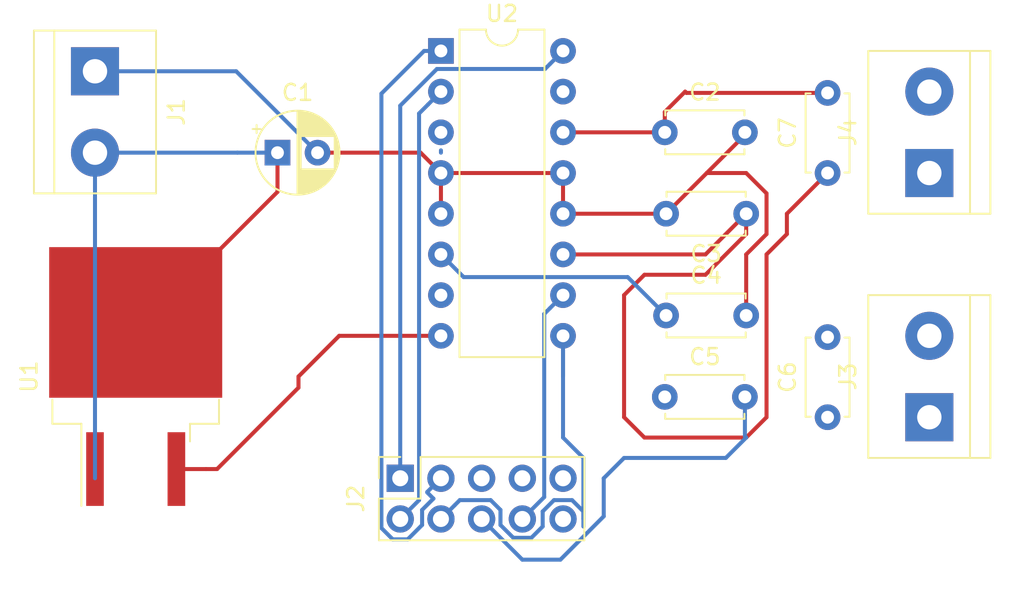
<source format=kicad_pcb>
(kicad_pcb (version 20171130) (host pcbnew "(5.0.1)-3")

  (general
    (thickness 1.6)
    (drawings 0)
    (tracks 106)
    (zones 0)
    (modules 13)
    (nets 17)
  )

  (page A4)
  (layers
    (0 F.Cu signal)
    (31 B.Cu signal)
    (32 B.Adhes user)
    (33 F.Adhes user)
    (34 B.Paste user)
    (35 F.Paste user)
    (36 B.SilkS user)
    (37 F.SilkS user)
    (38 B.Mask user)
    (39 F.Mask user)
    (40 Dwgs.User user)
    (41 Cmts.User user)
    (42 Eco1.User user)
    (43 Eco2.User user)
    (44 Edge.Cuts user)
    (45 Margin user)
    (46 B.CrtYd user)
    (47 F.CrtYd user)
    (48 B.Fab user)
    (49 F.Fab user)
  )

  (setup
    (last_trace_width 0.25)
    (trace_clearance 0.2)
    (zone_clearance 0.508)
    (zone_45_only no)
    (trace_min 0.2)
    (segment_width 0.2)
    (edge_width 0.2)
    (via_size 0.8)
    (via_drill 0.4)
    (via_min_size 0.4)
    (via_min_drill 0.3)
    (uvia_size 0.3)
    (uvia_drill 0.1)
    (uvias_allowed no)
    (uvia_min_size 0.2)
    (uvia_min_drill 0.1)
    (pcb_text_width 0.3)
    (pcb_text_size 1.5 1.5)
    (mod_edge_width 0.15)
    (mod_text_size 1 1)
    (mod_text_width 0.15)
    (pad_size 1.524 1.524)
    (pad_drill 0.762)
    (pad_to_mask_clearance 0.051)
    (solder_mask_min_width 0.25)
    (aux_axis_origin 0 0)
    (visible_elements 7FFFFFFF)
    (pcbplotparams
      (layerselection 0x010fc_ffffffff)
      (usegerberextensions false)
      (usegerberattributes false)
      (usegerberadvancedattributes false)
      (creategerberjobfile false)
      (excludeedgelayer true)
      (linewidth 0.100000)
      (plotframeref false)
      (viasonmask false)
      (mode 1)
      (useauxorigin false)
      (hpglpennumber 1)
      (hpglpenspeed 20)
      (hpglpendiameter 15.000000)
      (psnegative false)
      (psa4output false)
      (plotreference true)
      (plotvalue true)
      (plotinvisibletext false)
      (padsonsilk false)
      (subtractmaskfromsilk false)
      (outputformat 1)
      (mirror false)
      (drillshape 0)
      (scaleselection 1)
      (outputdirectory ""))
  )

  (net 0 "")
  (net 1 "Net-(C1-Pad1)")
  (net 2 GND)
  (net 3 OUT4)
  (net 4 OUT3)
  (net 5 OUT2)
  (net 6 OUT1)
  (net 7 +5V)
  (net 8 IN1)
  (net 9 PWM1)
  (net 10 PWM2)
  (net 11 "Net-(J2-Pad5)")
  (net 12 IN2)
  (net 13 IN3)
  (net 14 "Net-(J2-Pad9)")
  (net 15 IN4)
  (net 16 +12V)

  (net_class Default "Ceci est la Netclass par défaut."
    (clearance 0.2)
    (trace_width 0.25)
    (via_dia 0.8)
    (via_drill 0.4)
    (uvia_dia 0.3)
    (uvia_drill 0.1)
    (add_net +12V)
    (add_net +5V)
    (add_net GND)
    (add_net IN1)
    (add_net IN2)
    (add_net IN3)
    (add_net IN4)
    (add_net "Net-(C1-Pad1)")
    (add_net "Net-(J2-Pad5)")
    (add_net "Net-(J2-Pad9)")
    (add_net OUT1)
    (add_net OUT2)
    (add_net OUT3)
    (add_net OUT4)
    (add_net PWM1)
    (add_net PWM2)
  )

  (module Connector_PinSocket_2.54mm:PinSocket_2x05_P2.54mm_Vertical (layer F.Cu) (tedit 5A19A42B) (tstamp 5BE2FCDB)
    (at 154.94 115.57 90)
    (descr "Through hole straight socket strip, 2x05, 2.54mm pitch, double cols (from Kicad 4.0.7), script generated")
    (tags "Through hole socket strip THT 2x05 2.54mm double row")
    (path /5BC0994A)
    (fp_text reference J2 (at -1.27 -2.77 90) (layer F.SilkS)
      (effects (font (size 1 1) (thickness 0.15)))
    )
    (fp_text value "Connect 2x5 to uC" (at -1.27 12.93 90) (layer F.Fab)
      (effects (font (size 1 1) (thickness 0.15)))
    )
    (fp_text user %R (at -1.27 5.08 180) (layer F.Fab)
      (effects (font (size 1 1) (thickness 0.15)))
    )
    (fp_line (start -4.34 11.9) (end -4.34 -1.8) (layer F.CrtYd) (width 0.05))
    (fp_line (start 1.76 11.9) (end -4.34 11.9) (layer F.CrtYd) (width 0.05))
    (fp_line (start 1.76 -1.8) (end 1.76 11.9) (layer F.CrtYd) (width 0.05))
    (fp_line (start -4.34 -1.8) (end 1.76 -1.8) (layer F.CrtYd) (width 0.05))
    (fp_line (start 0 -1.33) (end 1.33 -1.33) (layer F.SilkS) (width 0.12))
    (fp_line (start 1.33 -1.33) (end 1.33 0) (layer F.SilkS) (width 0.12))
    (fp_line (start -1.27 -1.33) (end -1.27 1.27) (layer F.SilkS) (width 0.12))
    (fp_line (start -1.27 1.27) (end 1.33 1.27) (layer F.SilkS) (width 0.12))
    (fp_line (start 1.33 1.27) (end 1.33 11.49) (layer F.SilkS) (width 0.12))
    (fp_line (start -3.87 11.49) (end 1.33 11.49) (layer F.SilkS) (width 0.12))
    (fp_line (start -3.87 -1.33) (end -3.87 11.49) (layer F.SilkS) (width 0.12))
    (fp_line (start -3.87 -1.33) (end -1.27 -1.33) (layer F.SilkS) (width 0.12))
    (fp_line (start -3.81 11.43) (end -3.81 -1.27) (layer F.Fab) (width 0.1))
    (fp_line (start 1.27 11.43) (end -3.81 11.43) (layer F.Fab) (width 0.1))
    (fp_line (start 1.27 -0.27) (end 1.27 11.43) (layer F.Fab) (width 0.1))
    (fp_line (start 0.27 -1.27) (end 1.27 -0.27) (layer F.Fab) (width 0.1))
    (fp_line (start -3.81 -1.27) (end 0.27 -1.27) (layer F.Fab) (width 0.1))
    (pad 10 thru_hole oval (at -2.54 10.16 90) (size 1.7 1.7) (drill 1) (layers *.Cu *.Mask)
      (net 15 IN4))
    (pad 9 thru_hole oval (at 0 10.16 90) (size 1.7 1.7) (drill 1) (layers *.Cu *.Mask)
      (net 14 "Net-(J2-Pad9)"))
    (pad 8 thru_hole oval (at -2.54 7.62 90) (size 1.7 1.7) (drill 1) (layers *.Cu *.Mask)
      (net 13 IN3))
    (pad 7 thru_hole oval (at 0 7.62 90) (size 1.7 1.7) (drill 1) (layers *.Cu *.Mask)
      (net 12 IN2))
    (pad 6 thru_hole oval (at -2.54 5.08 90) (size 1.7 1.7) (drill 1) (layers *.Cu *.Mask)
      (net 2 GND))
    (pad 5 thru_hole oval (at 0 5.08 90) (size 1.7 1.7) (drill 1) (layers *.Cu *.Mask)
      (net 11 "Net-(J2-Pad5)"))
    (pad 4 thru_hole oval (at -2.54 2.54 90) (size 1.7 1.7) (drill 1) (layers *.Cu *.Mask)
      (net 10 PWM2))
    (pad 3 thru_hole oval (at 0 2.54 90) (size 1.7 1.7) (drill 1) (layers *.Cu *.Mask)
      (net 9 PWM1))
    (pad 2 thru_hole oval (at -2.54 0 90) (size 1.7 1.7) (drill 1) (layers *.Cu *.Mask)
      (net 8 IN1))
    (pad 1 thru_hole rect (at 0 0 90) (size 1.7 1.7) (drill 1) (layers *.Cu *.Mask)
      (net 7 +5V))
    (model ${KISYS3DMOD}/Connector_PinSocket_2.54mm.3dshapes/PinSocket_2x05_P2.54mm_Vertical.wrl
      (at (xyz 0 0 0))
      (scale (xyz 1 1 1))
      (rotate (xyz 0 0 0))
    )
  )

  (module Capacitor_THT:CP_Radial_D5.0mm_P2.50mm (layer F.Cu) (tedit 5BF5506B) (tstamp 5BE2FC28)
    (at 147.28 95.25)
    (descr "CP, Radial series, Radial, pin pitch=2.50mm, , diameter=5mm, Electrolytic Capacitor")
    (tags "CP Radial series Radial pin pitch 2.50mm  diameter 5mm Electrolytic Capacitor")
    (path /5BC1EEFC)
    (fp_text reference C1 (at 1.25 -3.75) (layer F.SilkS)
      (effects (font (size 1 1) (thickness 0.15)))
    )
    (fp_text value 47uF (at 1.25 3.75) (layer F.Fab)
      (effects (font (size 1 1) (thickness 0.15)))
    )
    (fp_circle (center 1.25 0) (end 3.75 0) (layer F.Fab) (width 0.1))
    (fp_circle (center 1.25 0) (end 3.87 0) (layer F.SilkS) (width 0.12))
    (fp_circle (center 1.25 0) (end 4 0) (layer F.CrtYd) (width 0.05))
    (fp_line (start -0.883605 -1.0875) (end -0.383605 -1.0875) (layer F.Fab) (width 0.1))
    (fp_line (start -0.633605 -1.3375) (end -0.633605 -0.8375) (layer F.Fab) (width 0.1))
    (fp_line (start 1.25 -2.58) (end 1.25 2.58) (layer F.SilkS) (width 0.12))
    (fp_line (start 1.29 -2.58) (end 1.29 2.58) (layer F.SilkS) (width 0.12))
    (fp_line (start 1.33 -2.579) (end 1.33 2.579) (layer F.SilkS) (width 0.12))
    (fp_line (start 1.37 -2.578) (end 1.37 2.578) (layer F.SilkS) (width 0.12))
    (fp_line (start 1.41 -2.576) (end 1.41 2.576) (layer F.SilkS) (width 0.12))
    (fp_line (start 1.45 -2.573) (end 1.45 2.573) (layer F.SilkS) (width 0.12))
    (fp_line (start 1.49 -2.569) (end 1.49 -1.04) (layer F.SilkS) (width 0.12))
    (fp_line (start 1.49 1.04) (end 1.49 2.569) (layer F.SilkS) (width 0.12))
    (fp_line (start 1.53 -2.565) (end 1.53 -1.04) (layer F.SilkS) (width 0.12))
    (fp_line (start 1.53 1.04) (end 1.53 2.565) (layer F.SilkS) (width 0.12))
    (fp_line (start 1.57 -2.561) (end 1.57 -1.04) (layer F.SilkS) (width 0.12))
    (fp_line (start 1.57 1.04) (end 1.57 2.561) (layer F.SilkS) (width 0.12))
    (fp_line (start 1.61 -2.556) (end 1.61 -1.04) (layer F.SilkS) (width 0.12))
    (fp_line (start 1.61 1.04) (end 1.61 2.556) (layer F.SilkS) (width 0.12))
    (fp_line (start 1.65 -2.55) (end 1.65 -1.04) (layer F.SilkS) (width 0.12))
    (fp_line (start 1.65 1.04) (end 1.65 2.55) (layer F.SilkS) (width 0.12))
    (fp_line (start 1.69 -2.543) (end 1.69 -1.04) (layer F.SilkS) (width 0.12))
    (fp_line (start 1.69 1.04) (end 1.69 2.543) (layer F.SilkS) (width 0.12))
    (fp_line (start 1.73 -2.536) (end 1.73 -1.04) (layer F.SilkS) (width 0.12))
    (fp_line (start 1.73 1.04) (end 1.73 2.536) (layer F.SilkS) (width 0.12))
    (fp_line (start 1.77 -2.528) (end 1.77 -1.04) (layer F.SilkS) (width 0.12))
    (fp_line (start 1.77 1.04) (end 1.77 2.528) (layer F.SilkS) (width 0.12))
    (fp_line (start 1.81 -2.52) (end 1.81 -1.04) (layer F.SilkS) (width 0.12))
    (fp_line (start 1.81 1.04) (end 1.81 2.52) (layer F.SilkS) (width 0.12))
    (fp_line (start 1.85 -2.511) (end 1.85 -1.04) (layer F.SilkS) (width 0.12))
    (fp_line (start 1.85 1.04) (end 1.85 2.511) (layer F.SilkS) (width 0.12))
    (fp_line (start 1.89 -2.501) (end 1.89 -1.04) (layer F.SilkS) (width 0.12))
    (fp_line (start 1.89 1.04) (end 1.89 2.501) (layer F.SilkS) (width 0.12))
    (fp_line (start 1.93 -2.491) (end 1.93 -1.04) (layer F.SilkS) (width 0.12))
    (fp_line (start 1.93 1.04) (end 1.93 2.491) (layer F.SilkS) (width 0.12))
    (fp_line (start 1.971 -2.48) (end 1.971 -1.04) (layer F.SilkS) (width 0.12))
    (fp_line (start 1.971 1.04) (end 1.971 2.48) (layer F.SilkS) (width 0.12))
    (fp_line (start 2.011 -2.468) (end 2.011 -1.04) (layer F.SilkS) (width 0.12))
    (fp_line (start 2.011 1.04) (end 2.011 2.468) (layer F.SilkS) (width 0.12))
    (fp_line (start 2.051 -2.455) (end 2.051 -1.04) (layer F.SilkS) (width 0.12))
    (fp_line (start 2.051 1.04) (end 2.051 2.455) (layer F.SilkS) (width 0.12))
    (fp_line (start 2.091 -2.442) (end 2.091 -1.04) (layer F.SilkS) (width 0.12))
    (fp_line (start 2.091 1.04) (end 2.091 2.442) (layer F.SilkS) (width 0.12))
    (fp_line (start 2.131 -2.428) (end 2.131 -1.04) (layer F.SilkS) (width 0.12))
    (fp_line (start 2.131 1.04) (end 2.131 2.428) (layer F.SilkS) (width 0.12))
    (fp_line (start 2.171 -2.414) (end 2.171 -1.04) (layer F.SilkS) (width 0.12))
    (fp_line (start 2.171 1.04) (end 2.171 2.414) (layer F.SilkS) (width 0.12))
    (fp_line (start 2.211 -2.398) (end 2.211 -1.04) (layer F.SilkS) (width 0.12))
    (fp_line (start 2.211 1.04) (end 2.211 2.398) (layer F.SilkS) (width 0.12))
    (fp_line (start 2.251 -2.382) (end 2.251 -1.04) (layer F.SilkS) (width 0.12))
    (fp_line (start 2.251 1.04) (end 2.251 2.382) (layer F.SilkS) (width 0.12))
    (fp_line (start 2.291 -2.365) (end 2.291 -1.04) (layer F.SilkS) (width 0.12))
    (fp_line (start 2.291 1.04) (end 2.291 2.365) (layer F.SilkS) (width 0.12))
    (fp_line (start 2.331 -2.348) (end 2.331 -1.04) (layer F.SilkS) (width 0.12))
    (fp_line (start 2.331 1.04) (end 2.331 2.348) (layer F.SilkS) (width 0.12))
    (fp_line (start 2.371 -2.329) (end 2.371 -1.04) (layer F.SilkS) (width 0.12))
    (fp_line (start 2.371 1.04) (end 2.371 2.329) (layer F.SilkS) (width 0.12))
    (fp_line (start 2.411 -2.31) (end 2.411 -1.04) (layer F.SilkS) (width 0.12))
    (fp_line (start 2.411 1.04) (end 2.411 2.31) (layer F.SilkS) (width 0.12))
    (fp_line (start 2.451 -2.29) (end 2.451 -1.04) (layer F.SilkS) (width 0.12))
    (fp_line (start 2.451 1.04) (end 2.451 2.29) (layer F.SilkS) (width 0.12))
    (fp_line (start 2.491 -2.268) (end 2.491 -1.04) (layer F.SilkS) (width 0.12))
    (fp_line (start 2.491 1.04) (end 2.491 2.268) (layer F.SilkS) (width 0.12))
    (fp_line (start 2.531 -2.247) (end 2.531 -1.04) (layer F.SilkS) (width 0.12))
    (fp_line (start 2.531 1.04) (end 2.531 2.247) (layer F.SilkS) (width 0.12))
    (fp_line (start 2.571 -2.224) (end 2.571 -1.04) (layer F.SilkS) (width 0.12))
    (fp_line (start 2.571 1.04) (end 2.571 2.224) (layer F.SilkS) (width 0.12))
    (fp_line (start 2.611 -2.2) (end 2.611 -1.04) (layer F.SilkS) (width 0.12))
    (fp_line (start 2.611 1.04) (end 2.611 2.2) (layer F.SilkS) (width 0.12))
    (fp_line (start 2.651 -2.175) (end 2.651 -1.04) (layer F.SilkS) (width 0.12))
    (fp_line (start 2.651 1.04) (end 2.651 2.175) (layer F.SilkS) (width 0.12))
    (fp_line (start 2.691 -2.149) (end 2.691 -1.04) (layer F.SilkS) (width 0.12))
    (fp_line (start 2.691 1.04) (end 2.691 2.149) (layer F.SilkS) (width 0.12))
    (fp_line (start 2.731 -2.122) (end 2.731 -1.04) (layer F.SilkS) (width 0.12))
    (fp_line (start 2.731 1.04) (end 2.731 2.122) (layer F.SilkS) (width 0.12))
    (fp_line (start 2.771 -2.095) (end 2.771 -1.04) (layer F.SilkS) (width 0.12))
    (fp_line (start 2.771 1.04) (end 2.771 2.095) (layer F.SilkS) (width 0.12))
    (fp_line (start 2.811 -2.065) (end 2.811 -1.04) (layer F.SilkS) (width 0.12))
    (fp_line (start 2.811 1.04) (end 2.811 2.065) (layer F.SilkS) (width 0.12))
    (fp_line (start 2.851 -2.035) (end 2.851 -1.04) (layer F.SilkS) (width 0.12))
    (fp_line (start 2.851 1.04) (end 2.851 2.035) (layer F.SilkS) (width 0.12))
    (fp_line (start 2.891 -2.004) (end 2.891 -1.04) (layer F.SilkS) (width 0.12))
    (fp_line (start 2.891 1.04) (end 2.891 2.004) (layer F.SilkS) (width 0.12))
    (fp_line (start 2.931 -1.971) (end 2.931 -1.04) (layer F.SilkS) (width 0.12))
    (fp_line (start 2.931 1.04) (end 2.931 1.971) (layer F.SilkS) (width 0.12))
    (fp_line (start 2.971 -1.937) (end 2.971 -1.04) (layer F.SilkS) (width 0.12))
    (fp_line (start 2.971 1.04) (end 2.971 1.937) (layer F.SilkS) (width 0.12))
    (fp_line (start 3.011 -1.901) (end 3.011 -1.04) (layer F.SilkS) (width 0.12))
    (fp_line (start 3.011 1.04) (end 3.011 1.901) (layer F.SilkS) (width 0.12))
    (fp_line (start 3.051 -1.864) (end 3.051 -1.04) (layer F.SilkS) (width 0.12))
    (fp_line (start 3.051 1.04) (end 3.051 1.864) (layer F.SilkS) (width 0.12))
    (fp_line (start 3.091 -1.826) (end 3.091 -1.04) (layer F.SilkS) (width 0.12))
    (fp_line (start 3.091 1.04) (end 3.091 1.826) (layer F.SilkS) (width 0.12))
    (fp_line (start 3.131 -1.785) (end 3.131 -1.04) (layer F.SilkS) (width 0.12))
    (fp_line (start 3.131 1.04) (end 3.131 1.785) (layer F.SilkS) (width 0.12))
    (fp_line (start 3.171 -1.743) (end 3.171 -1.04) (layer F.SilkS) (width 0.12))
    (fp_line (start 3.171 1.04) (end 3.171 1.743) (layer F.SilkS) (width 0.12))
    (fp_line (start 3.211 -1.699) (end 3.211 -1.04) (layer F.SilkS) (width 0.12))
    (fp_line (start 3.211 1.04) (end 3.211 1.699) (layer F.SilkS) (width 0.12))
    (fp_line (start 3.251 -1.653) (end 3.251 -1.04) (layer F.SilkS) (width 0.12))
    (fp_line (start 3.251 1.04) (end 3.251 1.653) (layer F.SilkS) (width 0.12))
    (fp_line (start 3.291 -1.605) (end 3.291 -1.04) (layer F.SilkS) (width 0.12))
    (fp_line (start 3.291 1.04) (end 3.291 1.605) (layer F.SilkS) (width 0.12))
    (fp_line (start 3.331 -1.554) (end 3.331 -1.04) (layer F.SilkS) (width 0.12))
    (fp_line (start 3.331 1.04) (end 3.331 1.554) (layer F.SilkS) (width 0.12))
    (fp_line (start 3.371 -1.5) (end 3.371 -1.04) (layer F.SilkS) (width 0.12))
    (fp_line (start 3.371 1.04) (end 3.371 1.5) (layer F.SilkS) (width 0.12))
    (fp_line (start 3.411 -1.443) (end 3.411 -1.04) (layer F.SilkS) (width 0.12))
    (fp_line (start 3.411 1.04) (end 3.411 1.443) (layer F.SilkS) (width 0.12))
    (fp_line (start 3.451 -1.383) (end 3.451 -1.04) (layer F.SilkS) (width 0.12))
    (fp_line (start 3.451 1.04) (end 3.451 1.383) (layer F.SilkS) (width 0.12))
    (fp_line (start 3.491 -1.319) (end 3.491 -1.04) (layer F.SilkS) (width 0.12))
    (fp_line (start 3.491 1.04) (end 3.491 1.319) (layer F.SilkS) (width 0.12))
    (fp_line (start 3.531 -1.251) (end 3.531 -1.04) (layer F.SilkS) (width 0.12))
    (fp_line (start 3.531 1.04) (end 3.531 1.251) (layer F.SilkS) (width 0.12))
    (fp_line (start 3.571 -1.178) (end 3.571 1.178) (layer F.SilkS) (width 0.12))
    (fp_line (start 3.611 -1.098) (end 3.611 1.098) (layer F.SilkS) (width 0.12))
    (fp_line (start 3.651 -1.011) (end 3.651 1.011) (layer F.SilkS) (width 0.12))
    (fp_line (start 3.691 -0.915) (end 3.691 0.915) (layer F.SilkS) (width 0.12))
    (fp_line (start 3.731 -0.805) (end 3.731 0.805) (layer F.SilkS) (width 0.12))
    (fp_line (start 3.771 -0.677) (end 3.771 0.677) (layer F.SilkS) (width 0.12))
    (fp_line (start 3.811 -0.518) (end 3.811 0.518) (layer F.SilkS) (width 0.12))
    (fp_line (start 3.851 -0.284) (end 3.851 0.284) (layer F.SilkS) (width 0.12))
    (fp_line (start -1.554775 -1.475) (end -1.054775 -1.475) (layer F.SilkS) (width 0.12))
    (fp_line (start -1.304775 -1.725) (end -1.304775 -1.225) (layer F.SilkS) (width 0.12))
    (fp_text user %R (at 1.25 0) (layer F.Fab)
      (effects (font (size 1 1) (thickness 0.15)))
    )
    (pad 1 thru_hole rect (at 0 0) (size 1.6 1.6) (drill 0.8) (layers *.Cu *.Mask)
      (net 1 "Net-(C1-Pad1)"))
    (pad 2 thru_hole circle (at 2.5 0) (size 1.6 1.6) (drill 0.8) (layers *.Cu *.Mask)
      (net 2 GND))
    (model ${KISYS3DMOD}/Capacitor_THT.3dshapes/CP_Radial_D5.0mm_P2.50mm.wrl
      (at (xyz 0 0 0))
      (scale (xyz 1 1 1))
      (rotate (xyz 0 0 0))
    )
  )

  (module TerminalBlock:TerminalBlock_bornier-2_P5.08mm (layer F.Cu) (tedit 59FF03AB) (tstamp 5BE2FCBB)
    (at 135.89 90.17 270)
    (descr "simple 2-pin terminal block, pitch 5.08mm, revamped version of bornier2")
    (tags "terminal block bornier2")
    (path /5BC1B720)
    (fp_text reference J1 (at 2.54 -5.08 270) (layer F.SilkS)
      (effects (font (size 1 1) (thickness 0.15)))
    )
    (fp_text value POWER_12V (at 2.54 5.08 270) (layer F.Fab)
      (effects (font (size 1 1) (thickness 0.15)))
    )
    (fp_text user %R (at 2.54 0 270) (layer F.Fab)
      (effects (font (size 1 1) (thickness 0.15)))
    )
    (fp_line (start -2.41 2.55) (end 7.49 2.55) (layer F.Fab) (width 0.1))
    (fp_line (start -2.46 -3.75) (end -2.46 3.75) (layer F.Fab) (width 0.1))
    (fp_line (start -2.46 3.75) (end 7.54 3.75) (layer F.Fab) (width 0.1))
    (fp_line (start 7.54 3.75) (end 7.54 -3.75) (layer F.Fab) (width 0.1))
    (fp_line (start 7.54 -3.75) (end -2.46 -3.75) (layer F.Fab) (width 0.1))
    (fp_line (start 7.62 2.54) (end -2.54 2.54) (layer F.SilkS) (width 0.12))
    (fp_line (start 7.62 3.81) (end 7.62 -3.81) (layer F.SilkS) (width 0.12))
    (fp_line (start 7.62 -3.81) (end -2.54 -3.81) (layer F.SilkS) (width 0.12))
    (fp_line (start -2.54 -3.81) (end -2.54 3.81) (layer F.SilkS) (width 0.12))
    (fp_line (start -2.54 3.81) (end 7.62 3.81) (layer F.SilkS) (width 0.12))
    (fp_line (start -2.71 -4) (end 7.79 -4) (layer F.CrtYd) (width 0.05))
    (fp_line (start -2.71 -4) (end -2.71 4) (layer F.CrtYd) (width 0.05))
    (fp_line (start 7.79 4) (end 7.79 -4) (layer F.CrtYd) (width 0.05))
    (fp_line (start 7.79 4) (end -2.71 4) (layer F.CrtYd) (width 0.05))
    (pad 1 thru_hole rect (at 0 0 270) (size 3 3) (drill 1.52) (layers *.Cu *.Mask)
      (net 2 GND))
    (pad 2 thru_hole circle (at 5.08 0 270) (size 3 3) (drill 1.52) (layers *.Cu *.Mask)
      (net 1 "Net-(C1-Pad1)"))
    (model ${KISYS3DMOD}/TerminalBlock.3dshapes/TerminalBlock_bornier-2_P5.08mm.wrl
      (offset (xyz 2.539999961853027 0 0))
      (scale (xyz 1 1 1))
      (rotate (xyz 0 0 0))
    )
  )

  (module Capacitor_THT:C_Disc_D4.7mm_W2.5mm_P5.00mm (layer F.Cu) (tedit 5AE50EF0) (tstamp 5BE2FC3D)
    (at 171.45 93.98)
    (descr "C, Disc series, Radial, pin pitch=5.00mm, , diameter*width=4.7*2.5mm^2, Capacitor, http://www.vishay.com/docs/45233/krseries.pdf")
    (tags "C Disc series Radial pin pitch 5.00mm  diameter 4.7mm width 2.5mm Capacitor")
    (path /5BC3060C)
    (fp_text reference C2 (at 2.5 -2.5) (layer F.SilkS)
      (effects (font (size 1 1) (thickness 0.15)))
    )
    (fp_text value 220nF (at 2.5 2.5) (layer F.Fab)
      (effects (font (size 1 1) (thickness 0.15)))
    )
    (fp_text user %R (at 2.5 0) (layer F.Fab)
      (effects (font (size 0.94 0.94) (thickness 0.141)))
    )
    (fp_line (start 6.05 -1.5) (end -1.05 -1.5) (layer F.CrtYd) (width 0.05))
    (fp_line (start 6.05 1.5) (end 6.05 -1.5) (layer F.CrtYd) (width 0.05))
    (fp_line (start -1.05 1.5) (end 6.05 1.5) (layer F.CrtYd) (width 0.05))
    (fp_line (start -1.05 -1.5) (end -1.05 1.5) (layer F.CrtYd) (width 0.05))
    (fp_line (start 4.97 1.055) (end 4.97 1.37) (layer F.SilkS) (width 0.12))
    (fp_line (start 4.97 -1.37) (end 4.97 -1.055) (layer F.SilkS) (width 0.12))
    (fp_line (start 0.03 1.055) (end 0.03 1.37) (layer F.SilkS) (width 0.12))
    (fp_line (start 0.03 -1.37) (end 0.03 -1.055) (layer F.SilkS) (width 0.12))
    (fp_line (start 0.03 1.37) (end 4.97 1.37) (layer F.SilkS) (width 0.12))
    (fp_line (start 0.03 -1.37) (end 4.97 -1.37) (layer F.SilkS) (width 0.12))
    (fp_line (start 4.85 -1.25) (end 0.15 -1.25) (layer F.Fab) (width 0.1))
    (fp_line (start 4.85 1.25) (end 4.85 -1.25) (layer F.Fab) (width 0.1))
    (fp_line (start 0.15 1.25) (end 4.85 1.25) (layer F.Fab) (width 0.1))
    (fp_line (start 0.15 -1.25) (end 0.15 1.25) (layer F.Fab) (width 0.1))
    (pad 2 thru_hole circle (at 5 0) (size 1.6 1.6) (drill 0.8) (layers *.Cu *.Mask)
      (net 2 GND))
    (pad 1 thru_hole circle (at 0 0) (size 1.6 1.6) (drill 0.8) (layers *.Cu *.Mask)
      (net 3 OUT4))
    (model ${KISYS3DMOD}/Capacitor_THT.3dshapes/C_Disc_D4.7mm_W2.5mm_P5.00mm.wrl
      (at (xyz 0 0 0))
      (scale (xyz 1 1 1))
      (rotate (xyz 0 0 0))
    )
  )

  (module Capacitor_THT:C_Disc_D4.7mm_W2.5mm_P5.00mm (layer F.Cu) (tedit 5AE50EF0) (tstamp 5BE2FC52)
    (at 176.53 99.06 180)
    (descr "C, Disc series, Radial, pin pitch=5.00mm, , diameter*width=4.7*2.5mm^2, Capacitor, http://www.vishay.com/docs/45233/krseries.pdf")
    (tags "C Disc series Radial pin pitch 5.00mm  diameter 4.7mm width 2.5mm Capacitor")
    (path /5BC305CC)
    (fp_text reference C3 (at 2.5 -2.5 180) (layer F.SilkS)
      (effects (font (size 1 1) (thickness 0.15)))
    )
    (fp_text value 220nF (at 2.5 2.5 180) (layer F.Fab)
      (effects (font (size 1 1) (thickness 0.15)))
    )
    (fp_line (start 0.15 -1.25) (end 0.15 1.25) (layer F.Fab) (width 0.1))
    (fp_line (start 0.15 1.25) (end 4.85 1.25) (layer F.Fab) (width 0.1))
    (fp_line (start 4.85 1.25) (end 4.85 -1.25) (layer F.Fab) (width 0.1))
    (fp_line (start 4.85 -1.25) (end 0.15 -1.25) (layer F.Fab) (width 0.1))
    (fp_line (start 0.03 -1.37) (end 4.97 -1.37) (layer F.SilkS) (width 0.12))
    (fp_line (start 0.03 1.37) (end 4.97 1.37) (layer F.SilkS) (width 0.12))
    (fp_line (start 0.03 -1.37) (end 0.03 -1.055) (layer F.SilkS) (width 0.12))
    (fp_line (start 0.03 1.055) (end 0.03 1.37) (layer F.SilkS) (width 0.12))
    (fp_line (start 4.97 -1.37) (end 4.97 -1.055) (layer F.SilkS) (width 0.12))
    (fp_line (start 4.97 1.055) (end 4.97 1.37) (layer F.SilkS) (width 0.12))
    (fp_line (start -1.05 -1.5) (end -1.05 1.5) (layer F.CrtYd) (width 0.05))
    (fp_line (start -1.05 1.5) (end 6.05 1.5) (layer F.CrtYd) (width 0.05))
    (fp_line (start 6.05 1.5) (end 6.05 -1.5) (layer F.CrtYd) (width 0.05))
    (fp_line (start 6.05 -1.5) (end -1.05 -1.5) (layer F.CrtYd) (width 0.05))
    (fp_text user %R (at 2.5 0 180) (layer F.Fab)
      (effects (font (size 0.94 0.94) (thickness 0.141)))
    )
    (pad 1 thru_hole circle (at 0 0 180) (size 1.6 1.6) (drill 0.8) (layers *.Cu *.Mask)
      (net 4 OUT3))
    (pad 2 thru_hole circle (at 5 0 180) (size 1.6 1.6) (drill 0.8) (layers *.Cu *.Mask)
      (net 2 GND))
    (model ${KISYS3DMOD}/Capacitor_THT.3dshapes/C_Disc_D4.7mm_W2.5mm_P5.00mm.wrl
      (at (xyz 0 0 0))
      (scale (xyz 1 1 1))
      (rotate (xyz 0 0 0))
    )
  )

  (module Capacitor_THT:C_Disc_D4.7mm_W2.5mm_P5.00mm (layer F.Cu) (tedit 5AE50EF0) (tstamp 5BE2FC67)
    (at 171.53 105.41)
    (descr "C, Disc series, Radial, pin pitch=5.00mm, , diameter*width=4.7*2.5mm^2, Capacitor, http://www.vishay.com/docs/45233/krseries.pdf")
    (tags "C Disc series Radial pin pitch 5.00mm  diameter 4.7mm width 2.5mm Capacitor")
    (path /5BC305A0)
    (fp_text reference C4 (at 2.5 -2.5) (layer F.SilkS)
      (effects (font (size 1 1) (thickness 0.15)))
    )
    (fp_text value 220nF (at 2.5 2.5) (layer F.Fab)
      (effects (font (size 1 1) (thickness 0.15)))
    )
    (fp_text user %R (at 2.5 0) (layer F.Fab)
      (effects (font (size 0.94 0.94) (thickness 0.141)))
    )
    (fp_line (start 6.05 -1.5) (end -1.05 -1.5) (layer F.CrtYd) (width 0.05))
    (fp_line (start 6.05 1.5) (end 6.05 -1.5) (layer F.CrtYd) (width 0.05))
    (fp_line (start -1.05 1.5) (end 6.05 1.5) (layer F.CrtYd) (width 0.05))
    (fp_line (start -1.05 -1.5) (end -1.05 1.5) (layer F.CrtYd) (width 0.05))
    (fp_line (start 4.97 1.055) (end 4.97 1.37) (layer F.SilkS) (width 0.12))
    (fp_line (start 4.97 -1.37) (end 4.97 -1.055) (layer F.SilkS) (width 0.12))
    (fp_line (start 0.03 1.055) (end 0.03 1.37) (layer F.SilkS) (width 0.12))
    (fp_line (start 0.03 -1.37) (end 0.03 -1.055) (layer F.SilkS) (width 0.12))
    (fp_line (start 0.03 1.37) (end 4.97 1.37) (layer F.SilkS) (width 0.12))
    (fp_line (start 0.03 -1.37) (end 4.97 -1.37) (layer F.SilkS) (width 0.12))
    (fp_line (start 4.85 -1.25) (end 0.15 -1.25) (layer F.Fab) (width 0.1))
    (fp_line (start 4.85 1.25) (end 4.85 -1.25) (layer F.Fab) (width 0.1))
    (fp_line (start 0.15 1.25) (end 4.85 1.25) (layer F.Fab) (width 0.1))
    (fp_line (start 0.15 -1.25) (end 0.15 1.25) (layer F.Fab) (width 0.1))
    (pad 2 thru_hole circle (at 5 0) (size 1.6 1.6) (drill 0.8) (layers *.Cu *.Mask)
      (net 2 GND))
    (pad 1 thru_hole circle (at 0 0) (size 1.6 1.6) (drill 0.8) (layers *.Cu *.Mask)
      (net 5 OUT2))
    (model ${KISYS3DMOD}/Capacitor_THT.3dshapes/C_Disc_D4.7mm_W2.5mm_P5.00mm.wrl
      (at (xyz 0 0 0))
      (scale (xyz 1 1 1))
      (rotate (xyz 0 0 0))
    )
  )

  (module Capacitor_THT:C_Disc_D4.7mm_W2.5mm_P5.00mm (layer F.Cu) (tedit 5AE50EF0) (tstamp 5BE2FC7C)
    (at 171.45 110.49)
    (descr "C, Disc series, Radial, pin pitch=5.00mm, , diameter*width=4.7*2.5mm^2, Capacitor, http://www.vishay.com/docs/45233/krseries.pdf")
    (tags "C Disc series Radial pin pitch 5.00mm  diameter 4.7mm width 2.5mm Capacitor")
    (path /5BC3055C)
    (fp_text reference C5 (at 2.5 -2.5) (layer F.SilkS)
      (effects (font (size 1 1) (thickness 0.15)))
    )
    (fp_text value 220nF (at 2.5 2.5) (layer F.Fab)
      (effects (font (size 1 1) (thickness 0.15)))
    )
    (fp_line (start 0.15 -1.25) (end 0.15 1.25) (layer F.Fab) (width 0.1))
    (fp_line (start 0.15 1.25) (end 4.85 1.25) (layer F.Fab) (width 0.1))
    (fp_line (start 4.85 1.25) (end 4.85 -1.25) (layer F.Fab) (width 0.1))
    (fp_line (start 4.85 -1.25) (end 0.15 -1.25) (layer F.Fab) (width 0.1))
    (fp_line (start 0.03 -1.37) (end 4.97 -1.37) (layer F.SilkS) (width 0.12))
    (fp_line (start 0.03 1.37) (end 4.97 1.37) (layer F.SilkS) (width 0.12))
    (fp_line (start 0.03 -1.37) (end 0.03 -1.055) (layer F.SilkS) (width 0.12))
    (fp_line (start 0.03 1.055) (end 0.03 1.37) (layer F.SilkS) (width 0.12))
    (fp_line (start 4.97 -1.37) (end 4.97 -1.055) (layer F.SilkS) (width 0.12))
    (fp_line (start 4.97 1.055) (end 4.97 1.37) (layer F.SilkS) (width 0.12))
    (fp_line (start -1.05 -1.5) (end -1.05 1.5) (layer F.CrtYd) (width 0.05))
    (fp_line (start -1.05 1.5) (end 6.05 1.5) (layer F.CrtYd) (width 0.05))
    (fp_line (start 6.05 1.5) (end 6.05 -1.5) (layer F.CrtYd) (width 0.05))
    (fp_line (start 6.05 -1.5) (end -1.05 -1.5) (layer F.CrtYd) (width 0.05))
    (fp_text user %R (at 2.5 0) (layer F.Fab)
      (effects (font (size 0.94 0.94) (thickness 0.141)))
    )
    (pad 1 thru_hole circle (at 0 0) (size 1.6 1.6) (drill 0.8) (layers *.Cu *.Mask)
      (net 6 OUT1))
    (pad 2 thru_hole circle (at 5 0) (size 1.6 1.6) (drill 0.8) (layers *.Cu *.Mask)
      (net 2 GND))
    (model ${KISYS3DMOD}/Capacitor_THT.3dshapes/C_Disc_D4.7mm_W2.5mm_P5.00mm.wrl
      (at (xyz 0 0 0))
      (scale (xyz 1 1 1))
      (rotate (xyz 0 0 0))
    )
  )

  (module Capacitor_THT:C_Disc_D4.7mm_W2.5mm_P5.00mm (layer F.Cu) (tedit 5AE50EF0) (tstamp 5BE2FC91)
    (at 181.61 111.76 90)
    (descr "C, Disc series, Radial, pin pitch=5.00mm, , diameter*width=4.7*2.5mm^2, Capacitor, http://www.vishay.com/docs/45233/krseries.pdf")
    (tags "C Disc series Radial pin pitch 5.00mm  diameter 4.7mm width 2.5mm Capacitor")
    (path /5BC0C857)
    (fp_text reference C6 (at 2.5 -2.5 90) (layer F.SilkS)
      (effects (font (size 1 1) (thickness 0.15)))
    )
    (fp_text value 220nF (at 2.5 2.5 90) (layer F.Fab)
      (effects (font (size 1 1) (thickness 0.15)))
    )
    (fp_line (start 0.15 -1.25) (end 0.15 1.25) (layer F.Fab) (width 0.1))
    (fp_line (start 0.15 1.25) (end 4.85 1.25) (layer F.Fab) (width 0.1))
    (fp_line (start 4.85 1.25) (end 4.85 -1.25) (layer F.Fab) (width 0.1))
    (fp_line (start 4.85 -1.25) (end 0.15 -1.25) (layer F.Fab) (width 0.1))
    (fp_line (start 0.03 -1.37) (end 4.97 -1.37) (layer F.SilkS) (width 0.12))
    (fp_line (start 0.03 1.37) (end 4.97 1.37) (layer F.SilkS) (width 0.12))
    (fp_line (start 0.03 -1.37) (end 0.03 -1.055) (layer F.SilkS) (width 0.12))
    (fp_line (start 0.03 1.055) (end 0.03 1.37) (layer F.SilkS) (width 0.12))
    (fp_line (start 4.97 -1.37) (end 4.97 -1.055) (layer F.SilkS) (width 0.12))
    (fp_line (start 4.97 1.055) (end 4.97 1.37) (layer F.SilkS) (width 0.12))
    (fp_line (start -1.05 -1.5) (end -1.05 1.5) (layer F.CrtYd) (width 0.05))
    (fp_line (start -1.05 1.5) (end 6.05 1.5) (layer F.CrtYd) (width 0.05))
    (fp_line (start 6.05 1.5) (end 6.05 -1.5) (layer F.CrtYd) (width 0.05))
    (fp_line (start 6.05 -1.5) (end -1.05 -1.5) (layer F.CrtYd) (width 0.05))
    (fp_text user %R (at 2.5 0 90) (layer F.Fab)
      (effects (font (size 0.94 0.94) (thickness 0.141)))
    )
    (pad 1 thru_hole circle (at 0 0 90) (size 1.6 1.6) (drill 0.8) (layers *.Cu *.Mask)
      (net 6 OUT1))
    (pad 2 thru_hole circle (at 5 0 90) (size 1.6 1.6) (drill 0.8) (layers *.Cu *.Mask)
      (net 5 OUT2))
    (model ${KISYS3DMOD}/Capacitor_THT.3dshapes/C_Disc_D4.7mm_W2.5mm_P5.00mm.wrl
      (at (xyz 0 0 0))
      (scale (xyz 1 1 1))
      (rotate (xyz 0 0 0))
    )
  )

  (module Capacitor_THT:C_Disc_D4.7mm_W2.5mm_P5.00mm (layer F.Cu) (tedit 5AE50EF0) (tstamp 5BE2FCA6)
    (at 181.61 96.52 90)
    (descr "C, Disc series, Radial, pin pitch=5.00mm, , diameter*width=4.7*2.5mm^2, Capacitor, http://www.vishay.com/docs/45233/krseries.pdf")
    (tags "C Disc series Radial pin pitch 5.00mm  diameter 4.7mm width 2.5mm Capacitor")
    (path /5BC0CC72)
    (fp_text reference C7 (at 2.5 -2.5 90) (layer F.SilkS)
      (effects (font (size 1 1) (thickness 0.15)))
    )
    (fp_text value 220nF (at 2.5 2.5 90) (layer F.Fab)
      (effects (font (size 1 1) (thickness 0.15)))
    )
    (fp_text user %R (at 2.5 0 90) (layer F.Fab)
      (effects (font (size 0.94 0.94) (thickness 0.141)))
    )
    (fp_line (start 6.05 -1.5) (end -1.05 -1.5) (layer F.CrtYd) (width 0.05))
    (fp_line (start 6.05 1.5) (end 6.05 -1.5) (layer F.CrtYd) (width 0.05))
    (fp_line (start -1.05 1.5) (end 6.05 1.5) (layer F.CrtYd) (width 0.05))
    (fp_line (start -1.05 -1.5) (end -1.05 1.5) (layer F.CrtYd) (width 0.05))
    (fp_line (start 4.97 1.055) (end 4.97 1.37) (layer F.SilkS) (width 0.12))
    (fp_line (start 4.97 -1.37) (end 4.97 -1.055) (layer F.SilkS) (width 0.12))
    (fp_line (start 0.03 1.055) (end 0.03 1.37) (layer F.SilkS) (width 0.12))
    (fp_line (start 0.03 -1.37) (end 0.03 -1.055) (layer F.SilkS) (width 0.12))
    (fp_line (start 0.03 1.37) (end 4.97 1.37) (layer F.SilkS) (width 0.12))
    (fp_line (start 0.03 -1.37) (end 4.97 -1.37) (layer F.SilkS) (width 0.12))
    (fp_line (start 4.85 -1.25) (end 0.15 -1.25) (layer F.Fab) (width 0.1))
    (fp_line (start 4.85 1.25) (end 4.85 -1.25) (layer F.Fab) (width 0.1))
    (fp_line (start 0.15 1.25) (end 4.85 1.25) (layer F.Fab) (width 0.1))
    (fp_line (start 0.15 -1.25) (end 0.15 1.25) (layer F.Fab) (width 0.1))
    (pad 2 thru_hole circle (at 5 0 90) (size 1.6 1.6) (drill 0.8) (layers *.Cu *.Mask)
      (net 3 OUT4))
    (pad 1 thru_hole circle (at 0 0 90) (size 1.6 1.6) (drill 0.8) (layers *.Cu *.Mask)
      (net 4 OUT3))
    (model ${KISYS3DMOD}/Capacitor_THT.3dshapes/C_Disc_D4.7mm_W2.5mm_P5.00mm.wrl
      (at (xyz 0 0 0))
      (scale (xyz 1 1 1))
      (rotate (xyz 0 0 0))
    )
  )

  (module TerminalBlock:TerminalBlock_bornier-2_P5.08mm (layer F.Cu) (tedit 59FF03AB) (tstamp 5BE2FCF0)
    (at 187.96 111.76 90)
    (descr "simple 2-pin terminal block, pitch 5.08mm, revamped version of bornier2")
    (tags "terminal block bornier2")
    (path /5BC0C6CA)
    (fp_text reference J3 (at 2.54 -5.08 90) (layer F.SilkS)
      (effects (font (size 1 1) (thickness 0.15)))
    )
    (fp_text value OUTPUT_M1 (at 2.54 5.08 90) (layer F.Fab)
      (effects (font (size 1 1) (thickness 0.15)))
    )
    (fp_text user %R (at 2.54 0 90) (layer F.Fab)
      (effects (font (size 1 1) (thickness 0.15)))
    )
    (fp_line (start -2.41 2.55) (end 7.49 2.55) (layer F.Fab) (width 0.1))
    (fp_line (start -2.46 -3.75) (end -2.46 3.75) (layer F.Fab) (width 0.1))
    (fp_line (start -2.46 3.75) (end 7.54 3.75) (layer F.Fab) (width 0.1))
    (fp_line (start 7.54 3.75) (end 7.54 -3.75) (layer F.Fab) (width 0.1))
    (fp_line (start 7.54 -3.75) (end -2.46 -3.75) (layer F.Fab) (width 0.1))
    (fp_line (start 7.62 2.54) (end -2.54 2.54) (layer F.SilkS) (width 0.12))
    (fp_line (start 7.62 3.81) (end 7.62 -3.81) (layer F.SilkS) (width 0.12))
    (fp_line (start 7.62 -3.81) (end -2.54 -3.81) (layer F.SilkS) (width 0.12))
    (fp_line (start -2.54 -3.81) (end -2.54 3.81) (layer F.SilkS) (width 0.12))
    (fp_line (start -2.54 3.81) (end 7.62 3.81) (layer F.SilkS) (width 0.12))
    (fp_line (start -2.71 -4) (end 7.79 -4) (layer F.CrtYd) (width 0.05))
    (fp_line (start -2.71 -4) (end -2.71 4) (layer F.CrtYd) (width 0.05))
    (fp_line (start 7.79 4) (end 7.79 -4) (layer F.CrtYd) (width 0.05))
    (fp_line (start 7.79 4) (end -2.71 4) (layer F.CrtYd) (width 0.05))
    (pad 1 thru_hole rect (at 0 0 90) (size 3 3) (drill 1.52) (layers *.Cu *.Mask)
      (net 6 OUT1))
    (pad 2 thru_hole circle (at 5.08 0 90) (size 3 3) (drill 1.52) (layers *.Cu *.Mask)
      (net 5 OUT2))
    (model ${KISYS3DMOD}/TerminalBlock.3dshapes/TerminalBlock_bornier-2_P5.08mm.wrl
      (offset (xyz 2.539999961853027 0 0))
      (scale (xyz 1 1 1))
      (rotate (xyz 0 0 0))
    )
  )

  (module TerminalBlock:TerminalBlock_bornier-2_P5.08mm (layer F.Cu) (tedit 59FF03AB) (tstamp 5BE2FD05)
    (at 187.96 96.52 90)
    (descr "simple 2-pin terminal block, pitch 5.08mm, revamped version of bornier2")
    (tags "terminal block bornier2")
    (path /5BC0C79E)
    (fp_text reference J4 (at 2.54 -5.08 90) (layer F.SilkS)
      (effects (font (size 1 1) (thickness 0.15)))
    )
    (fp_text value OUTPUT_M2 (at 2.54 5.08 90) (layer F.Fab)
      (effects (font (size 1 1) (thickness 0.15)))
    )
    (fp_line (start 7.79 4) (end -2.71 4) (layer F.CrtYd) (width 0.05))
    (fp_line (start 7.79 4) (end 7.79 -4) (layer F.CrtYd) (width 0.05))
    (fp_line (start -2.71 -4) (end -2.71 4) (layer F.CrtYd) (width 0.05))
    (fp_line (start -2.71 -4) (end 7.79 -4) (layer F.CrtYd) (width 0.05))
    (fp_line (start -2.54 3.81) (end 7.62 3.81) (layer F.SilkS) (width 0.12))
    (fp_line (start -2.54 -3.81) (end -2.54 3.81) (layer F.SilkS) (width 0.12))
    (fp_line (start 7.62 -3.81) (end -2.54 -3.81) (layer F.SilkS) (width 0.12))
    (fp_line (start 7.62 3.81) (end 7.62 -3.81) (layer F.SilkS) (width 0.12))
    (fp_line (start 7.62 2.54) (end -2.54 2.54) (layer F.SilkS) (width 0.12))
    (fp_line (start 7.54 -3.75) (end -2.46 -3.75) (layer F.Fab) (width 0.1))
    (fp_line (start 7.54 3.75) (end 7.54 -3.75) (layer F.Fab) (width 0.1))
    (fp_line (start -2.46 3.75) (end 7.54 3.75) (layer F.Fab) (width 0.1))
    (fp_line (start -2.46 -3.75) (end -2.46 3.75) (layer F.Fab) (width 0.1))
    (fp_line (start -2.41 2.55) (end 7.49 2.55) (layer F.Fab) (width 0.1))
    (fp_text user %R (at 2.54 0) (layer F.Fab)
      (effects (font (size 1 1) (thickness 0.15)))
    )
    (pad 2 thru_hole circle (at 5.08 0 90) (size 3 3) (drill 1.52) (layers *.Cu *.Mask)
      (net 3 OUT4))
    (pad 1 thru_hole rect (at 0 0 90) (size 3 3) (drill 1.52) (layers *.Cu *.Mask)
      (net 4 OUT3))
    (model ${KISYS3DMOD}/TerminalBlock.3dshapes/TerminalBlock_bornier-2_P5.08mm.wrl
      (offset (xyz 2.539999961853027 0 0))
      (scale (xyz 1 1 1))
      (rotate (xyz 0 0 0))
    )
  )

  (module Package_TO_SOT_SMD:TO-263-2 (layer F.Cu) (tedit 5A70FB7B) (tstamp 5BE2FD29)
    (at 138.43 109.22 90)
    (descr "TO-263 / D2PAK / DDPAK SMD package, http://www.infineon.com/cms/en/product/packages/PG-TO263/PG-TO263-3-1/")
    (tags "D2PAK DDPAK TO-263 D2PAK-3 TO-263-3 SOT-404")
    (path /5BC30B6B)
    (attr smd)
    (fp_text reference U1 (at 0 -6.65 90) (layer F.SilkS)
      (effects (font (size 1 1) (thickness 0.15)))
    )
    (fp_text value MC7812ABD2TG (at 0 6.65 90) (layer F.Fab)
      (effects (font (size 1 1) (thickness 0.15)))
    )
    (fp_line (start 6.5 -5) (end 7.5 -5) (layer F.Fab) (width 0.1))
    (fp_line (start 7.5 -5) (end 7.5 5) (layer F.Fab) (width 0.1))
    (fp_line (start 7.5 5) (end 6.5 5) (layer F.Fab) (width 0.1))
    (fp_line (start 6.5 -5) (end 6.5 5) (layer F.Fab) (width 0.1))
    (fp_line (start 6.5 5) (end -2.75 5) (layer F.Fab) (width 0.1))
    (fp_line (start -2.75 5) (end -2.75 -4) (layer F.Fab) (width 0.1))
    (fp_line (start -2.75 -4) (end -1.75 -5) (layer F.Fab) (width 0.1))
    (fp_line (start -1.75 -5) (end 6.5 -5) (layer F.Fab) (width 0.1))
    (fp_line (start -2.75 -3.04) (end -7.45 -3.04) (layer F.Fab) (width 0.1))
    (fp_line (start -7.45 -3.04) (end -7.45 -2.04) (layer F.Fab) (width 0.1))
    (fp_line (start -7.45 -2.04) (end -2.75 -2.04) (layer F.Fab) (width 0.1))
    (fp_line (start -2.75 2.04) (end -7.45 2.04) (layer F.Fab) (width 0.1))
    (fp_line (start -7.45 2.04) (end -7.45 3.04) (layer F.Fab) (width 0.1))
    (fp_line (start -7.45 3.04) (end -2.75 3.04) (layer F.Fab) (width 0.1))
    (fp_line (start -1.45 -5.2) (end -2.95 -5.2) (layer F.SilkS) (width 0.12))
    (fp_line (start -2.95 -5.2) (end -2.95 -3.39) (layer F.SilkS) (width 0.12))
    (fp_line (start -2.95 -3.39) (end -8.075 -3.39) (layer F.SilkS) (width 0.12))
    (fp_line (start -1.45 5.2) (end -2.95 5.2) (layer F.SilkS) (width 0.12))
    (fp_line (start -2.95 5.2) (end -2.95 3.39) (layer F.SilkS) (width 0.12))
    (fp_line (start -2.95 3.39) (end -4.05 3.39) (layer F.SilkS) (width 0.12))
    (fp_line (start -8.32 -5.65) (end -8.32 5.65) (layer F.CrtYd) (width 0.05))
    (fp_line (start -8.32 5.65) (end 8.32 5.65) (layer F.CrtYd) (width 0.05))
    (fp_line (start 8.32 5.65) (end 8.32 -5.65) (layer F.CrtYd) (width 0.05))
    (fp_line (start 8.32 -5.65) (end -8.32 -5.65) (layer F.CrtYd) (width 0.05))
    (fp_text user %R (at 0 0 90) (layer F.Fab)
      (effects (font (size 1 1) (thickness 0.15)))
    )
    (pad 1 smd rect (at -5.775 -2.54 90) (size 4.6 1.1) (layers F.Cu F.Paste F.Mask)
      (net 1 "Net-(C1-Pad1)"))
    (pad 3 smd rect (at -5.775 2.54 90) (size 4.6 1.1) (layers F.Cu F.Paste F.Mask)
      (net 16 +12V))
    (pad 2 smd rect (at 3.375 0 90) (size 9.4 10.8) (layers F.Cu F.Mask)
      (net 2 GND))
    (pad "" smd rect (at 5.8 2.775 90) (size 4.55 5.25) (layers F.Paste))
    (pad "" smd rect (at 0.95 -2.775 90) (size 4.55 5.25) (layers F.Paste))
    (pad "" smd rect (at 5.8 -2.775 90) (size 4.55 5.25) (layers F.Paste))
    (pad "" smd rect (at 0.95 2.775 90) (size 4.55 5.25) (layers F.Paste))
    (model ${KISYS3DMOD}/Package_TO_SOT_SMD.3dshapes/TO-263-2.wrl
      (at (xyz 0 0 0))
      (scale (xyz 1 1 1))
      (rotate (xyz 0 0 0))
    )
  )

  (module Package_DIP:DIP-16_W7.62mm (layer F.Cu) (tedit 5A02E8C5) (tstamp 5BE2FD4D)
    (at 157.48 88.9)
    (descr "16-lead though-hole mounted DIP package, row spacing 7.62 mm (300 mils)")
    (tags "THT DIP DIL PDIP 2.54mm 7.62mm 300mil")
    (path /5BC0A098)
    (fp_text reference U2 (at 3.81 -2.33) (layer F.SilkS)
      (effects (font (size 1 1) (thickness 0.15)))
    )
    (fp_text value L293D (at 3.81 20.11) (layer F.Fab)
      (effects (font (size 1 1) (thickness 0.15)))
    )
    (fp_arc (start 3.81 -1.33) (end 2.81 -1.33) (angle -180) (layer F.SilkS) (width 0.12))
    (fp_line (start 1.635 -1.27) (end 6.985 -1.27) (layer F.Fab) (width 0.1))
    (fp_line (start 6.985 -1.27) (end 6.985 19.05) (layer F.Fab) (width 0.1))
    (fp_line (start 6.985 19.05) (end 0.635 19.05) (layer F.Fab) (width 0.1))
    (fp_line (start 0.635 19.05) (end 0.635 -0.27) (layer F.Fab) (width 0.1))
    (fp_line (start 0.635 -0.27) (end 1.635 -1.27) (layer F.Fab) (width 0.1))
    (fp_line (start 2.81 -1.33) (end 1.16 -1.33) (layer F.SilkS) (width 0.12))
    (fp_line (start 1.16 -1.33) (end 1.16 19.11) (layer F.SilkS) (width 0.12))
    (fp_line (start 1.16 19.11) (end 6.46 19.11) (layer F.SilkS) (width 0.12))
    (fp_line (start 6.46 19.11) (end 6.46 -1.33) (layer F.SilkS) (width 0.12))
    (fp_line (start 6.46 -1.33) (end 4.81 -1.33) (layer F.SilkS) (width 0.12))
    (fp_line (start -1.1 -1.55) (end -1.1 19.3) (layer F.CrtYd) (width 0.05))
    (fp_line (start -1.1 19.3) (end 8.7 19.3) (layer F.CrtYd) (width 0.05))
    (fp_line (start 8.7 19.3) (end 8.7 -1.55) (layer F.CrtYd) (width 0.05))
    (fp_line (start 8.7 -1.55) (end -1.1 -1.55) (layer F.CrtYd) (width 0.05))
    (fp_text user %R (at 3.81 8.89) (layer F.Fab)
      (effects (font (size 1 1) (thickness 0.15)))
    )
    (pad 1 thru_hole rect (at 0 0) (size 1.6 1.6) (drill 0.8) (layers *.Cu *.Mask)
      (net 9 PWM1))
    (pad 9 thru_hole oval (at 7.62 17.78) (size 1.6 1.6) (drill 0.8) (layers *.Cu *.Mask)
      (net 10 PWM2))
    (pad 2 thru_hole oval (at 0 2.54) (size 1.6 1.6) (drill 0.8) (layers *.Cu *.Mask)
      (net 8 IN1))
    (pad 10 thru_hole oval (at 7.62 15.24) (size 1.6 1.6) (drill 0.8) (layers *.Cu *.Mask)
      (net 13 IN3))
    (pad 3 thru_hole oval (at 0 5.08) (size 1.6 1.6) (drill 0.8) (layers *.Cu *.Mask)
      (net 6 OUT1))
    (pad 11 thru_hole oval (at 7.62 12.7) (size 1.6 1.6) (drill 0.8) (layers *.Cu *.Mask)
      (net 4 OUT3))
    (pad 4 thru_hole oval (at 0 7.62) (size 1.6 1.6) (drill 0.8) (layers *.Cu *.Mask)
      (net 2 GND))
    (pad 12 thru_hole oval (at 7.62 10.16) (size 1.6 1.6) (drill 0.8) (layers *.Cu *.Mask)
      (net 2 GND))
    (pad 5 thru_hole oval (at 0 10.16) (size 1.6 1.6) (drill 0.8) (layers *.Cu *.Mask)
      (net 2 GND))
    (pad 13 thru_hole oval (at 7.62 7.62) (size 1.6 1.6) (drill 0.8) (layers *.Cu *.Mask)
      (net 2 GND))
    (pad 6 thru_hole oval (at 0 12.7) (size 1.6 1.6) (drill 0.8) (layers *.Cu *.Mask)
      (net 5 OUT2))
    (pad 14 thru_hole oval (at 7.62 5.08) (size 1.6 1.6) (drill 0.8) (layers *.Cu *.Mask)
      (net 3 OUT4))
    (pad 7 thru_hole oval (at 0 15.24) (size 1.6 1.6) (drill 0.8) (layers *.Cu *.Mask)
      (net 12 IN2))
    (pad 15 thru_hole oval (at 7.62 2.54) (size 1.6 1.6) (drill 0.8) (layers *.Cu *.Mask)
      (net 15 IN4))
    (pad 8 thru_hole oval (at 0 17.78) (size 1.6 1.6) (drill 0.8) (layers *.Cu *.Mask)
      (net 16 +12V))
    (pad 16 thru_hole oval (at 7.62 0) (size 1.6 1.6) (drill 0.8) (layers *.Cu *.Mask)
      (net 7 +5V))
    (model ${KISYS3DMOD}/Package_DIP.3dshapes/DIP-16_W7.62mm.wrl
      (at (xyz 0 0 0))
      (scale (xyz 1 1 1))
      (rotate (xyz 0 0 0))
    )
  )

  (segment (start 157.48 95.25) (end 157.48 95.105001) (width 0.25) (layer B.Cu) (net 0))
  (segment (start 135.89 95.25) (end 144.78 95.25) (width 0.25) (layer B.Cu) (net 1))
  (segment (start 135.89 95.25) (end 135.89 115.57) (width 0.25) (layer B.Cu) (net 1))
  (segment (start 144.78 95.25) (end 147.28 95.25) (width 0.25) (layer B.Cu) (net 1))
  (segment (start 156.21 95.25) (end 157.48 96.52) (width 0.25) (layer F.Cu) (net 2))
  (segment (start 153.63 95.25) (end 156.21 95.25) (width 0.25) (layer F.Cu) (net 2))
  (segment (start 157.48 96.52) (end 157.48 99.06) (width 0.25) (layer F.Cu) (net 2))
  (segment (start 157.48 96.52) (end 165.1 96.52) (width 0.25) (layer F.Cu) (net 2))
  (segment (start 165.1 96.52) (end 165.1 99.06) (width 0.25) (layer F.Cu) (net 2))
  (segment (start 165.1 99.06) (end 171.53 99.06) (width 0.25) (layer F.Cu) (net 2))
  (segment (start 176.45 94.14) (end 176.45 93.98) (width 0.25) (layer F.Cu) (net 2))
  (segment (start 174.07 96.52) (end 176.53 96.52) (width 0.25) (layer F.Cu) (net 2))
  (segment (start 174.07 96.52) (end 176.45 94.14) (width 0.25) (layer F.Cu) (net 2))
  (segment (start 171.53 99.06) (end 174.07 96.52) (width 0.25) (layer F.Cu) (net 2))
  (segment (start 176.53 96.52) (end 177.8 97.79) (width 0.25) (layer F.Cu) (net 2))
  (segment (start 177.8 97.79) (end 177.8 100.33) (width 0.25) (layer F.Cu) (net 2))
  (segment (start 177.8 100.33) (end 176.53 101.6) (width 0.25) (layer F.Cu) (net 2))
  (segment (start 176.53 101.6) (end 176.53 105.41) (width 0.25) (layer F.Cu) (net 2))
  (segment (start 139.13 105.845) (end 138.43 105.845) (width 0.25) (layer F.Cu) (net 2))
  (segment (start 147.28 97.695) (end 139.13 105.845) (width 0.25) (layer F.Cu) (net 2))
  (segment (start 147.28 95.25) (end 147.28 97.695) (width 0.25) (layer F.Cu) (net 2))
  (segment (start 144.7 90.17) (end 149.78 95.25) (width 0.25) (layer B.Cu) (net 2))
  (segment (start 135.89 90.17) (end 144.7 90.17) (width 0.25) (layer B.Cu) (net 2))
  (segment (start 153.63 95.25) (end 149.78 95.25) (width 0.25) (layer F.Cu) (net 2))
  (segment (start 164.935412 120.65) (end 167.64 117.945412) (width 0.25) (layer B.Cu) (net 2))
  (segment (start 160.02 118.11) (end 162.56 120.65) (width 0.25) (layer B.Cu) (net 2))
  (segment (start 162.56 120.65) (end 164.935412 120.65) (width 0.25) (layer B.Cu) (net 2))
  (segment (start 167.64 117.945412) (end 167.64 115.57) (width 0.25) (layer B.Cu) (net 2))
  (segment (start 167.64 115.57) (end 168.91 114.3) (width 0.25) (layer B.Cu) (net 2))
  (segment (start 168.91 114.3) (end 175.26 114.3) (width 0.25) (layer B.Cu) (net 2))
  (segment (start 175.26 114.3) (end 176.53 113.03) (width 0.25) (layer B.Cu) (net 2))
  (segment (start 176.45 111.62137) (end 176.45 110.49) (width 0.25) (layer B.Cu) (net 2))
  (segment (start 176.45 112.95) (end 176.45 111.62137) (width 0.25) (layer B.Cu) (net 2))
  (segment (start 176.53 113.03) (end 176.45 112.95) (width 0.25) (layer B.Cu) (net 2))
  (segment (start 171.45 93.98) (end 165.1 93.98) (width 0.25) (layer F.Cu) (net 3))
  (segment (start 171.45 93.98) (end 171.45 92.71) (width 0.25) (layer F.Cu) (net 3))
  (segment (start 171.45 92.71) (end 172.72 91.44) (width 0.25) (layer F.Cu) (net 3))
  (segment (start 172.8 91.52) (end 181.61 91.52) (width 0.25) (layer F.Cu) (net 3))
  (segment (start 172.72 91.44) (end 172.8 91.52) (width 0.25) (layer F.Cu) (net 3))
  (segment (start 181.69 91.44) (end 181.61 91.52) (width 0.25) (layer F.Cu) (net 3))
  (segment (start 173.99 101.6) (end 165.1 101.6) (width 0.25) (layer F.Cu) (net 4))
  (segment (start 176.53 99.06) (end 173.99 101.6) (width 0.25) (layer F.Cu) (net 4))
  (segment (start 176.53 99.06) (end 176.53 100.33) (width 0.25) (layer F.Cu) (net 4))
  (segment (start 176.53 100.33) (end 173.99 102.87) (width 0.25) (layer F.Cu) (net 4))
  (segment (start 173.99 102.87) (end 170.18 102.87) (width 0.25) (layer F.Cu) (net 4))
  (segment (start 170.18 102.87) (end 168.91 104.14) (width 0.25) (layer F.Cu) (net 4))
  (segment (start 168.91 104.14) (end 168.91 111.76) (width 0.25) (layer F.Cu) (net 4))
  (segment (start 168.91 111.76) (end 170.18 113.03) (width 0.25) (layer F.Cu) (net 4))
  (segment (start 170.18 113.03) (end 176.53 113.03) (width 0.25) (layer F.Cu) (net 4))
  (segment (start 176.53 113.03) (end 177.8 111.76) (width 0.25) (layer F.Cu) (net 4))
  (segment (start 177.8 111.76) (end 177.8 101.6) (width 0.25) (layer F.Cu) (net 4))
  (segment (start 177.8 101.6) (end 179.07 100.33) (width 0.25) (layer F.Cu) (net 4))
  (segment (start 179.07 99.06) (end 181.61 96.52) (width 0.25) (layer F.Cu) (net 4))
  (segment (start 179.07 100.33) (end 179.07 99.06) (width 0.25) (layer F.Cu) (net 4))
  (segment (start 170.730001 104.610001) (end 171.53 105.41) (width 0.25) (layer B.Cu) (net 5))
  (segment (start 169.134999 103.014999) (end 170.730001 104.610001) (width 0.25) (layer B.Cu) (net 5))
  (segment (start 158.894999 103.014999) (end 169.134999 103.014999) (width 0.25) (layer B.Cu) (net 5))
  (segment (start 157.48 101.6) (end 158.894999 103.014999) (width 0.25) (layer B.Cu) (net 5))
  (segment (start 164.300001 89.699999) (end 165.1 88.9) (width 0.25) (layer B.Cu) (net 7))
  (segment (start 163.974999 90.025001) (end 164.300001 89.699999) (width 0.25) (layer B.Cu) (net 7))
  (segment (start 157.229997 90.025001) (end 163.974999 90.025001) (width 0.25) (layer B.Cu) (net 7))
  (segment (start 154.94 92.314998) (end 157.229997 90.025001) (width 0.25) (layer B.Cu) (net 7))
  (segment (start 154.94 115.57) (end 154.94 92.314998) (width 0.25) (layer B.Cu) (net 7))
  (segment (start 156.680001 92.239999) (end 157.48 91.44) (width 0.25) (layer B.Cu) (net 8))
  (segment (start 156.115001 92.804999) (end 156.680001 92.239999) (width 0.25) (layer B.Cu) (net 8))
  (segment (start 156.115001 116.934999) (end 156.115001 92.804999) (width 0.25) (layer B.Cu) (net 8))
  (segment (start 154.94 118.11) (end 156.115001 116.934999) (width 0.25) (layer B.Cu) (net 8))
  (segment (start 157.48 88.9) (end 156.43 88.9) (width 0.25) (layer B.Cu) (net 9))
  (segment (start 153.764999 118.674001) (end 154.470998 119.38) (width 0.25) (layer B.Cu) (net 9))
  (segment (start 156.43 88.9) (end 153.764999 91.565001) (width 0.25) (layer B.Cu) (net 9))
  (segment (start 153.764999 91.565001) (end 153.764999 118.674001) (width 0.25) (layer B.Cu) (net 9))
  (segment (start 156.304999 117.545999) (end 157.010998 116.84) (width 0.25) (layer B.Cu) (net 9))
  (segment (start 156.304999 118.484003) (end 156.304999 117.545999) (width 0.25) (layer B.Cu) (net 9))
  (segment (start 154.470998 119.38) (end 155.409002 119.38) (width 0.25) (layer B.Cu) (net 9))
  (segment (start 155.409002 119.38) (end 156.304999 118.484003) (width 0.25) (layer B.Cu) (net 9))
  (segment (start 156.630001 116.419999) (end 157.48 115.57) (width 0.25) (layer B.Cu) (net 9))
  (segment (start 156.630001 116.459003) (end 156.630001 116.419999) (width 0.25) (layer B.Cu) (net 9))
  (segment (start 157.010998 116.84) (end 156.630001 116.459003) (width 0.25) (layer B.Cu) (net 9))
  (segment (start 165.1 106.68) (end 165.1 109.22) (width 0.25) (layer B.Cu) (net 10))
  (segment (start 165.1 106.68) (end 165.1 113.03) (width 0.25) (layer B.Cu) (net 10))
  (segment (start 165.1 113.03) (end 166.37 114.3) (width 0.25) (layer B.Cu) (net 10))
  (segment (start 164.535999 116.934999) (end 163.83 117.640998) (width 0.25) (layer B.Cu) (net 10))
  (segment (start 165.664001 116.934999) (end 164.535999 116.934999) (width 0.25) (layer B.Cu) (net 10))
  (segment (start 166.37 117.640998) (end 165.664001 116.934999) (width 0.25) (layer B.Cu) (net 10))
  (segment (start 166.37 118.11) (end 166.37 117.640998) (width 0.25) (layer B.Cu) (net 10))
  (segment (start 166.37 118.11) (end 166.37 118.579002) (width 0.25) (layer B.Cu) (net 10))
  (segment (start 166.37 114.3) (end 166.37 118.11) (width 0.25) (layer B.Cu) (net 10))
  (segment (start 158.329999 117.260001) (end 157.48 118.11) (width 0.25) (layer B.Cu) (net 10))
  (segment (start 158.655001 116.934999) (end 158.329999 117.260001) (width 0.25) (layer B.Cu) (net 10))
  (segment (start 160.584001 116.934999) (end 158.655001 116.934999) (width 0.25) (layer B.Cu) (net 10))
  (segment (start 161.195001 117.545999) (end 160.584001 116.934999) (width 0.25) (layer B.Cu) (net 10))
  (segment (start 161.195001 118.484003) (end 161.195001 117.545999) (width 0.25) (layer B.Cu) (net 10))
  (segment (start 161.995999 119.285001) (end 161.195001 118.484003) (width 0.25) (layer B.Cu) (net 10))
  (segment (start 163.124001 119.285001) (end 161.995999 119.285001) (width 0.25) (layer B.Cu) (net 10))
  (segment (start 163.83 118.579002) (end 163.124001 119.285001) (width 0.25) (layer B.Cu) (net 10))
  (segment (start 163.83 117.640998) (end 163.83 118.579002) (width 0.25) (layer B.Cu) (net 10))
  (segment (start 164.300001 104.939999) (end 165.1 104.14) (width 0.25) (layer B.Cu) (net 13))
  (segment (start 163.924999 105.315001) (end 164.300001 104.939999) (width 0.25) (layer B.Cu) (net 13))
  (segment (start 163.924999 116.745001) (end 163.924999 105.315001) (width 0.25) (layer B.Cu) (net 13))
  (segment (start 162.56 118.11) (end 163.924999 116.745001) (width 0.25) (layer B.Cu) (net 13))
  (segment (start 142.815 114.995) (end 140.97 114.995) (width 0.25) (layer F.Cu) (net 16))
  (segment (start 157.48 106.68) (end 151.13 106.68) (width 0.25) (layer F.Cu) (net 16))
  (segment (start 151.13 106.68) (end 148.59 109.22) (width 0.25) (layer F.Cu) (net 16))
  (segment (start 148.59 109.915) (end 143.51 114.995) (width 0.25) (layer F.Cu) (net 16))
  (segment (start 148.59 109.22) (end 148.59 109.915) (width 0.25) (layer F.Cu) (net 16))
  (segment (start 143.51 114.995) (end 142.815 114.995) (width 0.25) (layer F.Cu) (net 16))

)

</source>
